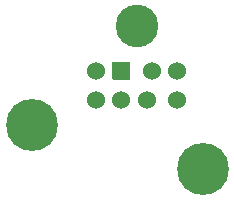
<source format=gbr>
%TF.GenerationSoftware,KiCad,Pcbnew,5.1.12-84ad8e8a86~92~ubuntu20.04.1*%
%TF.CreationDate,2021-12-06T23:40:28-06:00*%
%TF.ProjectId,portboard_dt,706f7274-626f-4617-9264-5f64742e6b69,rev?*%
%TF.SameCoordinates,Original*%
%TF.FileFunction,Soldermask,Bot*%
%TF.FilePolarity,Negative*%
%FSLAX46Y46*%
G04 Gerber Fmt 4.6, Leading zero omitted, Abs format (unit mm)*
G04 Created by KiCad (PCBNEW 5.1.12-84ad8e8a86~92~ubuntu20.04.1) date 2021-12-06 23:40:28*
%MOMM*%
%LPD*%
G01*
G04 APERTURE LIST*
%ADD10C,3.601600*%
%ADD11C,1.524000*%
%ADD12C,4.400000*%
G04 APERTURE END LIST*
D10*
%TO.C,J2*%
X115874800Y-70104000D03*
D11*
X117174800Y-73904000D03*
G36*
G01*
X113812800Y-74615200D02*
X113812800Y-73192800D01*
G75*
G02*
X113863600Y-73142000I50800J0D01*
G01*
X115286000Y-73142000D01*
G75*
G02*
X115336800Y-73192800I0J-50800D01*
G01*
X115336800Y-74615200D01*
G75*
G02*
X115286000Y-74666000I-50800J0D01*
G01*
X113863600Y-74666000D01*
G75*
G02*
X113812800Y-74615200I0J50800D01*
G01*
G37*
X112474800Y-73904000D03*
X119274800Y-73904000D03*
X119274800Y-76404000D03*
X112474800Y-76404000D03*
X114574800Y-76404000D03*
X116774800Y-76404000D03*
%TD*%
D12*
%TO.C,H2*%
X121477900Y-82261400D03*
%TD*%
%TO.C,H1*%
X106977920Y-78501400D03*
%TD*%
M02*

</source>
